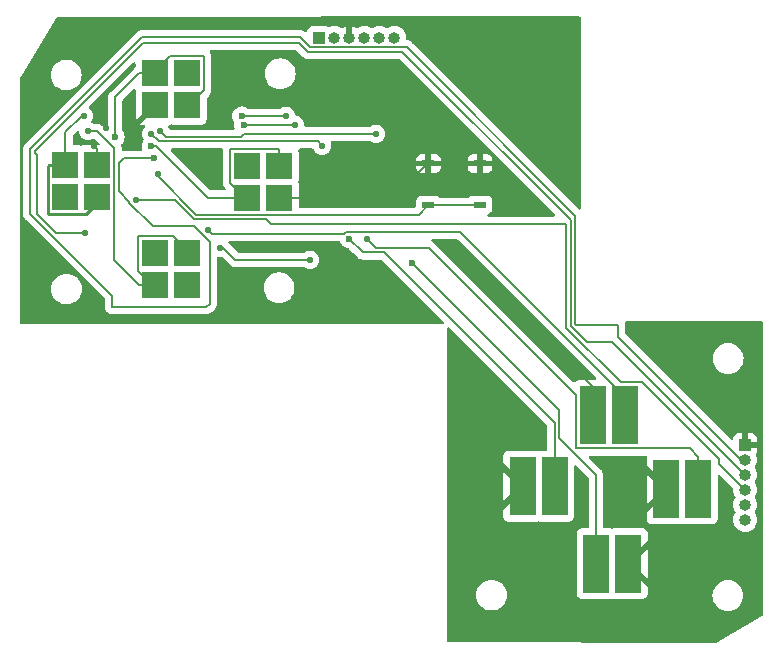
<source format=gbr>
%TF.GenerationSoftware,KiCad,Pcbnew,7.0.10*%
%TF.CreationDate,2024-02-20T20:24:08-05:00*%
%TF.ProjectId,GBoyGcPlus,47426f79-4763-4506-9c75-732e6b696361,rev?*%
%TF.SameCoordinates,Original*%
%TF.FileFunction,Copper,L2,Bot*%
%TF.FilePolarity,Positive*%
%FSLAX46Y46*%
G04 Gerber Fmt 4.6, Leading zero omitted, Abs format (unit mm)*
G04 Created by KiCad (PCBNEW 7.0.10) date 2024-02-20 20:24:08*
%MOMM*%
%LPD*%
G01*
G04 APERTURE LIST*
%TA.AperFunction,ComponentPad*%
%ADD10R,1.000000X1.000000*%
%TD*%
%TA.AperFunction,ComponentPad*%
%ADD11O,1.000000X1.000000*%
%TD*%
%TA.AperFunction,SMDPad,CuDef*%
%ADD12R,2.300000X2.300000*%
%TD*%
%TA.AperFunction,SMDPad,CuDef*%
%ADD13R,2.300000X5.000000*%
%TD*%
%TA.AperFunction,SMDPad,CuDef*%
%ADD14R,1.092200X0.558800*%
%TD*%
%TA.AperFunction,ViaPad*%
%ADD15C,0.550000*%
%TD*%
%TA.AperFunction,ViaPad*%
%ADD16C,0.600000*%
%TD*%
%TA.AperFunction,Conductor*%
%ADD17C,0.200000*%
%TD*%
%TA.AperFunction,Conductor*%
%ADD18C,0.250000*%
%TD*%
G04 APERTURE END LIST*
D10*
%TO.P,J1,1,Pin_1*%
%TO.N,/MCLR*%
X144526000Y-74168000D03*
D11*
%TO.P,J1,2,Pin_2*%
%TO.N,+3V3*%
X145796000Y-74168000D03*
%TO.P,J1,3,Pin_3*%
%TO.N,GND*%
X147066000Y-74168000D03*
%TO.P,J1,4,Pin_4*%
%TO.N,/PGD*%
X148336000Y-74168000D03*
%TO.P,J1,5,Pin_5*%
%TO.N,/PGC*%
X149606000Y-74168000D03*
%TO.P,J1,6,Pin_6*%
%TO.N,unconnected-(J1-Pin_6-Pad6)*%
X150876000Y-74168000D03*
%TD*%
D10*
%TO.P,J2,1,Pin_1*%
%TO.N,GND*%
X180590000Y-108640000D03*
D11*
%TO.P,J2,2,Pin_2*%
%TO.N,/Z*%
X180590000Y-109910000D03*
%TO.P,J2,3,Pin_3*%
%TO.N,/RT*%
X180590000Y-111180000D03*
%TO.P,J2,4,Pin_4*%
%TO.N,/R*%
X180590000Y-112450000D03*
%TO.P,J2,5,Pin_5*%
%TO.N,/LT*%
X180590000Y-113720000D03*
%TO.P,J2,6,Pin_6*%
%TO.N,/L*%
X180590000Y-114990000D03*
%TD*%
D12*
%TO.P,SW4,1,1*%
%TO.N,/Y*%
X141130000Y-85000000D03*
%TO.P,SW4,2,2*%
X138430000Y-87700000D03*
%TO.P,SW4,3,3*%
%TO.N,GND*%
X138430000Y-85000000D03*
%TO.P,SW4,4,4*%
X141130000Y-87700000D03*
%TD*%
D13*
%TO.P,SW8,1,1*%
%TO.N,/DU*%
X170434000Y-106142000D03*
%TO.P,SW8,3,3*%
%TO.N,GND*%
X167734000Y-106142000D03*
%TD*%
%TO.P,SW6,1,1*%
%TO.N,/DR*%
X176600000Y-112360000D03*
%TO.P,SW6,3,3*%
%TO.N,GND*%
X173900000Y-112360000D03*
%TD*%
D12*
%TO.P,SW2,1,1*%
%TO.N,/B*%
X133360000Y-92430000D03*
%TO.P,SW2,2,2*%
X130660000Y-95130000D03*
%TO.P,SW2,3,3*%
%TO.N,GND*%
X130660000Y-92430000D03*
%TO.P,SW2,4,4*%
X133360000Y-95130000D03*
%TD*%
D14*
%TO.P,SW9,1,1*%
%TO.N,/S*%
X153771600Y-88317000D03*
%TO.P,SW9,2,2*%
X158140400Y-88317000D03*
%TO.P,SW9,3,3*%
%TO.N,GND*%
X153771600Y-84811800D03*
%TO.P,SW9,4,4*%
X158140400Y-84811800D03*
%TD*%
D13*
%TO.P,SW5,1,1*%
%TO.N,/DL*%
X164450000Y-112140000D03*
%TO.P,SW5,3,3*%
%TO.N,GND*%
X161750000Y-112140000D03*
%TD*%
D12*
%TO.P,SW1,1,1*%
%TO.N,/A*%
X125740000Y-87630000D03*
%TO.P,SW1,2,2*%
X123040000Y-84930000D03*
%TO.P,SW1,3,3*%
%TO.N,GND*%
X125740000Y-84930000D03*
%TO.P,SW1,4,4*%
X123040000Y-87630000D03*
%TD*%
D13*
%TO.P,SW7,1,1*%
%TO.N,/DD*%
X167980000Y-118700000D03*
%TO.P,SW7,3,3*%
%TO.N,GND*%
X170680000Y-118700000D03*
%TD*%
D12*
%TO.P,SW3,1,1*%
%TO.N,/X*%
X130640000Y-77170000D03*
%TO.P,SW3,2,2*%
X133340000Y-79870000D03*
%TO.P,SW3,3,3*%
%TO.N,GND*%
X130640000Y-79870000D03*
%TO.P,SW3,4,4*%
X133340000Y-77170000D03*
%TD*%
D15*
%TO.N,GND*%
X134112000Y-94742000D03*
D16*
X146940000Y-76380000D03*
D15*
X126492000Y-81788000D03*
X133858000Y-83820000D03*
X125476000Y-83312000D03*
X166380000Y-102350000D03*
X131360000Y-91640000D03*
D16*
%TO.N,/DL*%
X147060000Y-91180000D03*
%TO.N,/DR*%
X138128820Y-81572079D03*
%TO.N,GND*%
X146800000Y-81030000D03*
%TO.N,/Z*%
X130556000Y-84328000D03*
D15*
%TO.N,/RT*%
X124714000Y-90678000D03*
%TO.N,/R*%
X129032000Y-87884000D03*
%TO.N,/SY*%
X144780000Y-83312000D03*
X130302000Y-82296000D03*
%TO.N,/SX*%
X149352000Y-82296000D03*
X131064000Y-82042000D03*
%TO.N,/DL*%
X141732000Y-80772000D03*
D16*
X137970000Y-80788000D03*
D15*
%TO.N,/A*%
X124590000Y-80770000D03*
%TO.N,/B*%
X124960000Y-82060000D03*
D16*
%TO.N,/X*%
X127254000Y-82550000D03*
%TO.N,/Y*%
X130302000Y-83312000D03*
D15*
%TO.N,/S*%
X130850000Y-85740000D03*
%TO.N,/DU*%
X135128000Y-90424000D03*
%TO.N,/DD*%
X136144000Y-91948000D03*
D16*
X152400000Y-93218000D03*
D15*
X143764000Y-92964000D03*
%TO.N,/DR*%
X142494000Y-81534000D03*
X148590000Y-91194000D03*
%TD*%
D17*
%TO.N,GND*%
X133748000Y-94742000D02*
X133360000Y-95130000D01*
X134112000Y-94742000D02*
X133748000Y-94742000D01*
%TO.N,/B*%
X129310000Y-95130000D02*
X130660000Y-95130000D01*
X127190000Y-83502000D02*
X127190000Y-93010000D01*
X125748000Y-82060000D02*
X127190000Y-83502000D01*
X124960000Y-82060000D02*
X125748000Y-82060000D01*
X127190000Y-93010000D02*
X129310000Y-95130000D01*
%TO.N,GND*%
X125740000Y-83576000D02*
X125476000Y-83312000D01*
X125740000Y-84930000D02*
X125740000Y-83576000D01*
%TO.N,/RT*%
X169340000Y-99930000D02*
X180590000Y-111180000D01*
X167192893Y-99930000D02*
X169340000Y-99930000D01*
X165820000Y-98557107D02*
X167192893Y-99930000D01*
X151568000Y-75368000D02*
X165820000Y-89620000D01*
X143608315Y-75368000D02*
X151568000Y-75368000D01*
X142810315Y-74570000D02*
X143608315Y-75368000D01*
X120440000Y-83892892D02*
X120440000Y-83770000D01*
X120440000Y-83770000D02*
X129640000Y-74570000D01*
X165820000Y-89620000D02*
X165820000Y-98557107D01*
X120600000Y-84052893D02*
X120440000Y-83892892D01*
X120600000Y-89054314D02*
X120600000Y-84052893D01*
X124714000Y-90678000D02*
X122223686Y-90678000D01*
X122223686Y-90678000D02*
X120600000Y-89054314D01*
X129640000Y-74570000D02*
X142810315Y-74570000D01*
%TO.N,/Z*%
X180260000Y-109910000D02*
X180590000Y-109910000D01*
X169850107Y-99500107D02*
X180260000Y-109910000D01*
X166278579Y-98450000D02*
X169850107Y-98450000D01*
X166220000Y-98391421D02*
X166278579Y-98450000D01*
X166220000Y-89258000D02*
X166220000Y-98391421D01*
X169850107Y-98450000D02*
X169850107Y-99500107D01*
X151930000Y-74968000D02*
X166220000Y-89258000D01*
X143774000Y-74968000D02*
X151930000Y-74968000D01*
X120040000Y-83603604D02*
X129543604Y-74100000D01*
X120040000Y-89060000D02*
X120040000Y-83603604D01*
X127000000Y-96020000D02*
X120040000Y-89060000D01*
X142906000Y-74100000D02*
X143774000Y-74968000D01*
X127000000Y-96980000D02*
X127000000Y-96020000D01*
X135280000Y-96675685D02*
X134975685Y-96980000D01*
X135280000Y-91450000D02*
X135280000Y-96675685D01*
X129543604Y-74100000D02*
X142906000Y-74100000D01*
X133950000Y-90120000D02*
X135280000Y-91450000D01*
X127590000Y-87166100D02*
X128457000Y-88033100D01*
X134975685Y-96980000D02*
X127000000Y-96980000D01*
X128457000Y-88122173D02*
X130454827Y-90120000D01*
X128022000Y-84328000D02*
X127590000Y-84760000D01*
X130454827Y-90120000D02*
X133950000Y-90120000D01*
X130556000Y-84328000D02*
X128022000Y-84328000D01*
X127590000Y-84760000D02*
X127590000Y-87166100D01*
X128457000Y-88033100D02*
X128457000Y-88122173D01*
%TO.N,GND*%
X166380000Y-102350000D02*
X166410000Y-102380000D01*
X167734000Y-103704000D02*
X166380000Y-102350000D01*
X167734000Y-106142000D02*
X167734000Y-103704000D01*
%TO.N,/DR*%
X176600000Y-109660000D02*
X176600000Y-112360000D01*
X175882000Y-108942000D02*
X176600000Y-109660000D01*
X153818000Y-91948000D02*
X166284000Y-104414000D01*
X149344000Y-91948000D02*
X153818000Y-91948000D01*
X166284000Y-104414000D02*
X166284000Y-108942000D01*
X148590000Y-91194000D02*
X149344000Y-91948000D01*
X166284000Y-108942000D02*
X175882000Y-108942000D01*
%TO.N,/DU*%
X135464000Y-90760000D02*
X135128000Y-90424000D01*
X146811471Y-90580000D02*
X146631471Y-90760000D01*
X146631471Y-90760000D02*
X135464000Y-90760000D01*
X156520000Y-90678000D02*
X156422000Y-90580000D01*
X156422000Y-90580000D02*
X146811471Y-90580000D01*
%TO.N,/R*%
X132279686Y-87884000D02*
X129032000Y-87884000D01*
X133945687Y-89550000D02*
X132279686Y-87884000D01*
X140054527Y-89550000D02*
X133945687Y-89550000D01*
X165420000Y-89916000D02*
X140420527Y-89916000D01*
X165420000Y-98722792D02*
X165420000Y-89916000D01*
X170039208Y-103342000D02*
X165420000Y-98722792D01*
X171884000Y-103342000D02*
X170039208Y-103342000D01*
X140420527Y-89916000D02*
X140054527Y-89550000D01*
X178404314Y-109862314D02*
X171884000Y-103342000D01*
X178404314Y-110264314D02*
X178404314Y-109862314D01*
X180590000Y-112450000D02*
X178404314Y-110264314D01*
%TO.N,/DR*%
X138166899Y-81534000D02*
X142494000Y-81534000D01*
X138128820Y-81572079D02*
X138166899Y-81534000D01*
X138128820Y-81572079D02*
X138083028Y-81572079D01*
%TO.N,/DL*%
X137970000Y-80780000D02*
X137978000Y-80772000D01*
X137978000Y-80780000D02*
X141732000Y-80780000D01*
%TO.N,/B*%
X132110000Y-90980000D02*
X133360000Y-92230000D01*
X133360000Y-92230000D02*
X133360000Y-92430000D01*
X129210000Y-90980000D02*
X132110000Y-90980000D01*
X129210000Y-93880000D02*
X129210000Y-90980000D01*
X130460000Y-95130000D02*
X129210000Y-93880000D01*
X130660000Y-95130000D02*
X130460000Y-95130000D01*
%TO.N,GND*%
X150883400Y-87700000D02*
X141130000Y-87700000D01*
X153771600Y-84811800D02*
X150883400Y-87700000D01*
%TO.N,/Y*%
X130692000Y-83312000D02*
X130302000Y-83312000D01*
X138430000Y-87700000D02*
X135080000Y-87700000D01*
X135080000Y-87700000D02*
X130692000Y-83312000D01*
%TO.N,/S*%
X134111372Y-89150000D02*
X152938600Y-89150000D01*
X130850000Y-85888628D02*
X134111372Y-89150000D01*
X130850000Y-85740000D02*
X130850000Y-85888628D01*
X152938600Y-89150000D02*
X153771600Y-88317000D01*
%TO.N,/A*%
X123040000Y-82178579D02*
X124448579Y-80770000D01*
X124448579Y-80770000D02*
X124590000Y-80770000D01*
X123040000Y-84930000D02*
X123040000Y-82178579D01*
%TO.N,/DL*%
X147060000Y-91170000D02*
X147076000Y-91186000D01*
X147060000Y-91180000D02*
X147060000Y-91170000D01*
X147070000Y-91180000D02*
X147060000Y-91180000D01*
X164450000Y-106748579D02*
X150049421Y-92348000D01*
X148238000Y-92348000D02*
X147070000Y-91180000D01*
X164450000Y-112140000D02*
X164450000Y-106748579D01*
X150049421Y-92348000D02*
X148238000Y-92348000D01*
D18*
%TO.N,GND*%
X146970000Y-76380000D02*
X146970000Y-76380000D01*
X146940000Y-76380000D02*
X146970000Y-76380000D01*
X146940000Y-76410000D02*
X146940000Y-76380000D01*
X146800000Y-76550000D02*
X146940000Y-76410000D01*
X146800000Y-81030000D02*
X146800000Y-76550000D01*
%TO.N,/A*%
X124765000Y-89105000D02*
X125740000Y-88130000D01*
X121565000Y-85005000D02*
X121565000Y-89105000D01*
X125740000Y-88130000D02*
X125740000Y-87630000D01*
X121640000Y-84930000D02*
X121565000Y-85005000D01*
X121565000Y-89105000D02*
X124765000Y-89105000D01*
X123040000Y-84930000D02*
X121640000Y-84930000D01*
D17*
%TO.N,/SY*%
X144410000Y-82942000D02*
X130948000Y-82942000D01*
X130948000Y-82942000D02*
X130302000Y-82296000D01*
X144780000Y-83312000D02*
X144410000Y-82942000D01*
%TO.N,/SX*%
X138121107Y-82296000D02*
X137875107Y-82542000D01*
X137875107Y-82542000D02*
X131564000Y-82542000D01*
X149352000Y-82296000D02*
X138121107Y-82296000D01*
X131564000Y-82542000D02*
X131064000Y-82042000D01*
%TO.N,/X*%
X129290000Y-77170000D02*
X127254000Y-79206000D01*
X134790000Y-75720000D02*
X134790000Y-78620000D01*
X130640000Y-77170000D02*
X129290000Y-77170000D01*
X130640000Y-77170000D02*
X130640000Y-76970000D01*
X130640000Y-76970000D02*
X131890000Y-75720000D01*
X127254000Y-79206000D02*
X127254000Y-82550000D01*
X131890000Y-75720000D02*
X134790000Y-75720000D01*
X133540000Y-79870000D02*
X133340000Y-79870000D01*
X134790000Y-78620000D02*
X133540000Y-79870000D01*
%TO.N,/Y*%
X141030000Y-83550000D02*
X136980000Y-83550000D01*
X141130000Y-83650000D02*
X141030000Y-83550000D01*
X136980000Y-86450000D02*
X138230000Y-87700000D01*
X138230000Y-87700000D02*
X138430000Y-87700000D01*
X141130000Y-85000000D02*
X141130000Y-83650000D01*
X136980000Y-83550000D02*
X136980000Y-86450000D01*
%TO.N,/S*%
X158140400Y-88317000D02*
X153771600Y-88317000D01*
%TO.N,/DU*%
X170434000Y-104592000D02*
X156520000Y-90678000D01*
X170434000Y-106142000D02*
X170434000Y-104592000D01*
%TO.N,/DD*%
X167980000Y-111203685D02*
X164850000Y-108073685D01*
X164850000Y-105668000D02*
X152400000Y-93218000D01*
X164850000Y-108073685D02*
X164850000Y-105668000D01*
X167980000Y-118700000D02*
X167980000Y-111203685D01*
X143764000Y-92964000D02*
X137414000Y-92964000D01*
X136398000Y-91948000D02*
X136144000Y-91948000D01*
X137414000Y-92964000D02*
X136398000Y-91948000D01*
%TD*%
%TA.AperFunction,Conductor*%
%TO.N,GND*%
G36*
X182052589Y-98150185D02*
G01*
X182098344Y-98202989D01*
X182109549Y-98254448D01*
X182113847Y-108989842D01*
X182119470Y-123038186D01*
X182099812Y-123105234D01*
X182057598Y-123145549D01*
X178158842Y-125402723D01*
X178096388Y-125419410D01*
X155444265Y-125359826D01*
X155377277Y-125339965D01*
X155331662Y-125287041D01*
X155320591Y-125235737D01*
X155323474Y-121350001D01*
X157824532Y-121350001D01*
X157844364Y-121576686D01*
X157844366Y-121576697D01*
X157903258Y-121796488D01*
X157903261Y-121796497D01*
X157999431Y-122002732D01*
X157999432Y-122002734D01*
X158129954Y-122189141D01*
X158290858Y-122350045D01*
X158290861Y-122350047D01*
X158477266Y-122480568D01*
X158683504Y-122576739D01*
X158903308Y-122635635D01*
X159073214Y-122650499D01*
X159073215Y-122650500D01*
X159073216Y-122650500D01*
X159186785Y-122650500D01*
X159186785Y-122650499D01*
X159356692Y-122635635D01*
X159576496Y-122576739D01*
X159782734Y-122480568D01*
X159969139Y-122350047D01*
X160130047Y-122189139D01*
X160260568Y-122002734D01*
X160356739Y-121796496D01*
X160415635Y-121576692D01*
X160435468Y-121350000D01*
X160415635Y-121123308D01*
X160356739Y-120903504D01*
X160260568Y-120697266D01*
X160130047Y-120510861D01*
X160130045Y-120510858D01*
X159969141Y-120349954D01*
X159782734Y-120219432D01*
X159782732Y-120219431D01*
X159576497Y-120123261D01*
X159576488Y-120123258D01*
X159356697Y-120064366D01*
X159356687Y-120064364D01*
X159186785Y-120049500D01*
X159186784Y-120049500D01*
X159073216Y-120049500D01*
X159073215Y-120049500D01*
X158903312Y-120064364D01*
X158903302Y-120064366D01*
X158683511Y-120123258D01*
X158683502Y-120123261D01*
X158477267Y-120219431D01*
X158477265Y-120219432D01*
X158290858Y-120349954D01*
X158129954Y-120510858D01*
X157999432Y-120697265D01*
X157999431Y-120697267D01*
X157903261Y-120903502D01*
X157903258Y-120903511D01*
X157844366Y-121123302D01*
X157844364Y-121123313D01*
X157824532Y-121349998D01*
X157824532Y-121350001D01*
X155323474Y-121350001D01*
X155331268Y-110843552D01*
X160100000Y-110843552D01*
X160100000Y-113436447D01*
X161396447Y-112140000D01*
X161396447Y-112139999D01*
X160100000Y-110843552D01*
X155331268Y-110843552D01*
X155340212Y-98787295D01*
X155359946Y-98720271D01*
X155412784Y-98674555D01*
X155481950Y-98664663D01*
X155545484Y-98693735D01*
X155551893Y-98699707D01*
X163813181Y-106960995D01*
X163846666Y-107022318D01*
X163849500Y-107048676D01*
X163849500Y-109015500D01*
X163829815Y-109082539D01*
X163777011Y-109128294D01*
X163725500Y-109139500D01*
X163252129Y-109139500D01*
X163252123Y-109139501D01*
X163192517Y-109145908D01*
X163142616Y-109164520D01*
X163072925Y-109169503D01*
X163055953Y-109164519D01*
X163007383Y-109146403D01*
X163007372Y-109146401D01*
X162947844Y-109140000D01*
X160552155Y-109140000D01*
X160492627Y-109146401D01*
X160492620Y-109146403D01*
X160357913Y-109196645D01*
X160357906Y-109196649D01*
X160242812Y-109282809D01*
X160242809Y-109282812D01*
X160156649Y-109397906D01*
X160156645Y-109397913D01*
X160106403Y-109532620D01*
X160106401Y-109532627D01*
X160100000Y-109592155D01*
X160100000Y-110136447D01*
X162015872Y-112052319D01*
X162049357Y-112113642D01*
X162044373Y-112183334D01*
X162015872Y-112227681D01*
X160100000Y-114143552D01*
X160100000Y-114687844D01*
X160106401Y-114747372D01*
X160106403Y-114747379D01*
X160156645Y-114882086D01*
X160156649Y-114882093D01*
X160242809Y-114997187D01*
X160242812Y-114997190D01*
X160357906Y-115083350D01*
X160357913Y-115083354D01*
X160492620Y-115133596D01*
X160492627Y-115133598D01*
X160552155Y-115139999D01*
X160552172Y-115140000D01*
X162947828Y-115140000D01*
X162947844Y-115139999D01*
X163007372Y-115133598D01*
X163007375Y-115133597D01*
X163055949Y-115115480D01*
X163125640Y-115110494D01*
X163142610Y-115115477D01*
X163192517Y-115134091D01*
X163252127Y-115140500D01*
X165647872Y-115140499D01*
X165707483Y-115134091D01*
X165842331Y-115083796D01*
X165957546Y-114997546D01*
X166043796Y-114882331D01*
X166094091Y-114747483D01*
X166100500Y-114687873D01*
X166100499Y-110472780D01*
X166120184Y-110405742D01*
X166172988Y-110359987D01*
X166242146Y-110350043D01*
X166305702Y-110379068D01*
X166312180Y-110385100D01*
X167343181Y-111416101D01*
X167376666Y-111477424D01*
X167379500Y-111503782D01*
X167379500Y-115575500D01*
X167359815Y-115642539D01*
X167307011Y-115688294D01*
X167255500Y-115699500D01*
X166782129Y-115699500D01*
X166782123Y-115699501D01*
X166722516Y-115705908D01*
X166587671Y-115756202D01*
X166587664Y-115756206D01*
X166472455Y-115842452D01*
X166472452Y-115842455D01*
X166386206Y-115957664D01*
X166386202Y-115957671D01*
X166335908Y-116092517D01*
X166329501Y-116152116D01*
X166329500Y-116152135D01*
X166329500Y-121247870D01*
X166329501Y-121247876D01*
X166335908Y-121307483D01*
X166386202Y-121442328D01*
X166386206Y-121442335D01*
X166472452Y-121557544D01*
X166472455Y-121557547D01*
X166587664Y-121643793D01*
X166587671Y-121643797D01*
X166722517Y-121694091D01*
X166722516Y-121694091D01*
X166729444Y-121694835D01*
X166782127Y-121700500D01*
X169177872Y-121700499D01*
X169237483Y-121694091D01*
X169287382Y-121675479D01*
X169357069Y-121670494D01*
X169374048Y-121675479D01*
X169422628Y-121693598D01*
X169422627Y-121693598D01*
X169482155Y-121699999D01*
X169482172Y-121700000D01*
X171877828Y-121700000D01*
X171877844Y-121699999D01*
X171937372Y-121693598D01*
X171937379Y-121693596D01*
X172072086Y-121643354D01*
X172072093Y-121643350D01*
X172187187Y-121557190D01*
X172187190Y-121557187D01*
X172273350Y-121442093D01*
X172273354Y-121442086D01*
X172292780Y-121390001D01*
X177824532Y-121390001D01*
X177844364Y-121616686D01*
X177844366Y-121616697D01*
X177903258Y-121836488D01*
X177903261Y-121836497D01*
X177999431Y-122042732D01*
X177999432Y-122042734D01*
X178129954Y-122229141D01*
X178290858Y-122390045D01*
X178290861Y-122390047D01*
X178477266Y-122520568D01*
X178683504Y-122616739D01*
X178903308Y-122675635D01*
X179073214Y-122690499D01*
X179073215Y-122690500D01*
X179073216Y-122690500D01*
X179186785Y-122690500D01*
X179186785Y-122690499D01*
X179356692Y-122675635D01*
X179576496Y-122616739D01*
X179782734Y-122520568D01*
X179969139Y-122390047D01*
X180130047Y-122229139D01*
X180260568Y-122042734D01*
X180356739Y-121836496D01*
X180415635Y-121616692D01*
X180435468Y-121390000D01*
X180431968Y-121350000D01*
X180415635Y-121163313D01*
X180415635Y-121163308D01*
X180356739Y-120943504D01*
X180260568Y-120737266D01*
X180130047Y-120550861D01*
X180130045Y-120550858D01*
X179969141Y-120389954D01*
X179782734Y-120259432D01*
X179782732Y-120259431D01*
X179576497Y-120163261D01*
X179576488Y-120163258D01*
X179356697Y-120104366D01*
X179356687Y-120104364D01*
X179186785Y-120089500D01*
X179186784Y-120089500D01*
X179073216Y-120089500D01*
X179073215Y-120089500D01*
X178903312Y-120104364D01*
X178903302Y-120104366D01*
X178683511Y-120163258D01*
X178683502Y-120163261D01*
X178477267Y-120259431D01*
X178477265Y-120259432D01*
X178290858Y-120389954D01*
X178129954Y-120550858D01*
X177999432Y-120737265D01*
X177999431Y-120737267D01*
X177903261Y-120943502D01*
X177903258Y-120943511D01*
X177844366Y-121163302D01*
X177844364Y-121163313D01*
X177824532Y-121389998D01*
X177824532Y-121390001D01*
X172292780Y-121390001D01*
X172323596Y-121307379D01*
X172323598Y-121307372D01*
X172329999Y-121247844D01*
X172330000Y-121247827D01*
X172330000Y-120703553D01*
X170414128Y-118787681D01*
X170380643Y-118726358D01*
X170382528Y-118700000D01*
X171033553Y-118700000D01*
X172329999Y-119996447D01*
X172330000Y-119996446D01*
X172330000Y-117403553D01*
X172329999Y-117403552D01*
X171033553Y-118699999D01*
X171033553Y-118700000D01*
X170382528Y-118700000D01*
X170385627Y-118656666D01*
X170414128Y-118612319D01*
X172329999Y-116696447D01*
X172330000Y-116696446D01*
X172330000Y-116152172D01*
X172329999Y-116152155D01*
X172323598Y-116092627D01*
X172323596Y-116092620D01*
X172273354Y-115957913D01*
X172273350Y-115957906D01*
X172187190Y-115842812D01*
X172187187Y-115842809D01*
X172072093Y-115756649D01*
X172072086Y-115756645D01*
X171937379Y-115706403D01*
X171937372Y-115706401D01*
X171877844Y-115700000D01*
X169482155Y-115700000D01*
X169422627Y-115706401D01*
X169422623Y-115706402D01*
X169374046Y-115724520D01*
X169304354Y-115729503D01*
X169287382Y-115724519D01*
X169237485Y-115705909D01*
X169237483Y-115705908D01*
X169177883Y-115699501D01*
X169177881Y-115699500D01*
X169177873Y-115699500D01*
X169177865Y-115699500D01*
X168704500Y-115699500D01*
X168637461Y-115679815D01*
X168591706Y-115627011D01*
X168580500Y-115575500D01*
X168580500Y-111251172D01*
X168581561Y-111234986D01*
X168585682Y-111203684D01*
X168585682Y-111203683D01*
X168567233Y-111063552D01*
X172250000Y-111063552D01*
X172250000Y-113656447D01*
X173546447Y-112360000D01*
X173546447Y-112359999D01*
X172250000Y-111063552D01*
X168567233Y-111063552D01*
X168565044Y-111046924D01*
X168565044Y-111046923D01*
X168504536Y-110900844D01*
X168504535Y-110900843D01*
X168504535Y-110900842D01*
X168429987Y-110803688D01*
X168429970Y-110803668D01*
X168423528Y-110795273D01*
X168408282Y-110775403D01*
X168383233Y-110756182D01*
X168371039Y-110745488D01*
X167379732Y-109754181D01*
X167346247Y-109692858D01*
X167351231Y-109623166D01*
X167393103Y-109567233D01*
X167458567Y-109542816D01*
X167467413Y-109542500D01*
X172156180Y-109542500D01*
X172223219Y-109562185D01*
X172268974Y-109614989D01*
X172278918Y-109684147D01*
X172272362Y-109709833D01*
X172256403Y-109752620D01*
X172256401Y-109752627D01*
X172250000Y-109812155D01*
X172250000Y-110356447D01*
X174165872Y-112272319D01*
X174199357Y-112333642D01*
X174194373Y-112403334D01*
X174165872Y-112447681D01*
X172250000Y-114363552D01*
X172250000Y-114907844D01*
X172256401Y-114967372D01*
X172256403Y-114967379D01*
X172306645Y-115102086D01*
X172306649Y-115102093D01*
X172392809Y-115217187D01*
X172392812Y-115217190D01*
X172507906Y-115303350D01*
X172507913Y-115303354D01*
X172642620Y-115353596D01*
X172642627Y-115353598D01*
X172702155Y-115359999D01*
X172702172Y-115360000D01*
X175097828Y-115360000D01*
X175097844Y-115359999D01*
X175157372Y-115353598D01*
X175157375Y-115353597D01*
X175205949Y-115335480D01*
X175275640Y-115330494D01*
X175292610Y-115335477D01*
X175342517Y-115354091D01*
X175402127Y-115360500D01*
X177797872Y-115360499D01*
X177857483Y-115354091D01*
X177992331Y-115303796D01*
X178107546Y-115217546D01*
X178193796Y-115102331D01*
X178244091Y-114967483D01*
X178250500Y-114907873D01*
X178250499Y-111259095D01*
X178270184Y-111192057D01*
X178322988Y-111146302D01*
X178392146Y-111136358D01*
X178455702Y-111165383D01*
X178462180Y-111171415D01*
X179557184Y-112266419D01*
X179590669Y-112327742D01*
X179592906Y-112366252D01*
X179584659Y-112449998D01*
X179584659Y-112449999D01*
X179603975Y-112646129D01*
X179661188Y-112834733D01*
X179754086Y-113008532D01*
X179757473Y-113013601D01*
X179755836Y-113014694D01*
X179779596Y-113070663D01*
X179767795Y-113139529D01*
X179757109Y-113156156D01*
X179757473Y-113156399D01*
X179754086Y-113161467D01*
X179661188Y-113335266D01*
X179603975Y-113523870D01*
X179584659Y-113720000D01*
X179603975Y-113916129D01*
X179661188Y-114104733D01*
X179754086Y-114278532D01*
X179757473Y-114283601D01*
X179755836Y-114284694D01*
X179779596Y-114340663D01*
X179767795Y-114409529D01*
X179757109Y-114426156D01*
X179757473Y-114426399D01*
X179754086Y-114431467D01*
X179661188Y-114605266D01*
X179603975Y-114793870D01*
X179584659Y-114990000D01*
X179603975Y-115186129D01*
X179603976Y-115186132D01*
X179649280Y-115335480D01*
X179661188Y-115374733D01*
X179754086Y-115548532D01*
X179754090Y-115548539D01*
X179879116Y-115700883D01*
X180031460Y-115825909D01*
X180031467Y-115825913D01*
X180205266Y-115918811D01*
X180205269Y-115918811D01*
X180205273Y-115918814D01*
X180393868Y-115976024D01*
X180590000Y-115995341D01*
X180786132Y-115976024D01*
X180974727Y-115918814D01*
X181148538Y-115825910D01*
X181300883Y-115700883D01*
X181425910Y-115548538D01*
X181518814Y-115374727D01*
X181576024Y-115186132D01*
X181595341Y-114990000D01*
X181576024Y-114793868D01*
X181518814Y-114605273D01*
X181425910Y-114431462D01*
X181425907Y-114431458D01*
X181422523Y-114426393D01*
X181424164Y-114425296D01*
X181400405Y-114369361D01*
X181412194Y-114300493D01*
X181422888Y-114283851D01*
X181422523Y-114283607D01*
X181425904Y-114278544D01*
X181425910Y-114278538D01*
X181518814Y-114104727D01*
X181576024Y-113916132D01*
X181595341Y-113720000D01*
X181576024Y-113523868D01*
X181518814Y-113335273D01*
X181425910Y-113161462D01*
X181425907Y-113161458D01*
X181422523Y-113156393D01*
X181424164Y-113155296D01*
X181400405Y-113099361D01*
X181412194Y-113030493D01*
X181422888Y-113013851D01*
X181422523Y-113013607D01*
X181425904Y-113008544D01*
X181425910Y-113008538D01*
X181518814Y-112834727D01*
X181576024Y-112646132D01*
X181595341Y-112450000D01*
X181576024Y-112253868D01*
X181518814Y-112065273D01*
X181425910Y-111891462D01*
X181425907Y-111891458D01*
X181422523Y-111886393D01*
X181424164Y-111885296D01*
X181400405Y-111829361D01*
X181412194Y-111760493D01*
X181422888Y-111743851D01*
X181422523Y-111743607D01*
X181425904Y-111738544D01*
X181425910Y-111738538D01*
X181518814Y-111564727D01*
X181576024Y-111376132D01*
X181595341Y-111180000D01*
X181576024Y-110983868D01*
X181518814Y-110795273D01*
X181425910Y-110621462D01*
X181425907Y-110621458D01*
X181422523Y-110616393D01*
X181424164Y-110615296D01*
X181400405Y-110559361D01*
X181412194Y-110490493D01*
X181422888Y-110473851D01*
X181422523Y-110473607D01*
X181425904Y-110468544D01*
X181425910Y-110468538D01*
X181518814Y-110294727D01*
X181576024Y-110106132D01*
X181595341Y-109910000D01*
X181576024Y-109713868D01*
X181518814Y-109525273D01*
X181517419Y-109522663D01*
X181517100Y-109521135D01*
X181516482Y-109519641D01*
X181516765Y-109519523D01*
X181503174Y-109454261D01*
X181527512Y-109389890D01*
X181533351Y-109382089D01*
X181583597Y-109247376D01*
X181583598Y-109247372D01*
X181589999Y-109187844D01*
X181590000Y-109187827D01*
X181590000Y-108890000D01*
X180835581Y-108890000D01*
X180887060Y-108834079D01*
X180933982Y-108727108D01*
X180943628Y-108610698D01*
X180914953Y-108497462D01*
X180851064Y-108399673D01*
X180758885Y-108327928D01*
X180648405Y-108290000D01*
X180560995Y-108290000D01*
X180474784Y-108304386D01*
X180372053Y-108359981D01*
X180340000Y-108394799D01*
X180340000Y-107640000D01*
X180840000Y-107640000D01*
X180840000Y-108390000D01*
X181590000Y-108390000D01*
X181590000Y-108092172D01*
X181589999Y-108092155D01*
X181583598Y-108032627D01*
X181583596Y-108032620D01*
X181533354Y-107897913D01*
X181533350Y-107897906D01*
X181447190Y-107782812D01*
X181447187Y-107782809D01*
X181332093Y-107696649D01*
X181332086Y-107696645D01*
X181197379Y-107646403D01*
X181197372Y-107646401D01*
X181137844Y-107640000D01*
X180840000Y-107640000D01*
X180340000Y-107640000D01*
X180042155Y-107640000D01*
X179982627Y-107646401D01*
X179982620Y-107646403D01*
X179847913Y-107696645D01*
X179847906Y-107696649D01*
X179732812Y-107782809D01*
X179732809Y-107782812D01*
X179646649Y-107897906D01*
X179646645Y-107897913D01*
X179596403Y-108032620D01*
X179596401Y-108032627D01*
X179590000Y-108092155D01*
X179589823Y-108095479D01*
X179589644Y-108095469D01*
X179589644Y-108095475D01*
X179589540Y-108095463D01*
X179588818Y-108095425D01*
X179570315Y-108158442D01*
X179517511Y-108204197D01*
X179448353Y-108214141D01*
X179384797Y-108185116D01*
X179378319Y-108179084D01*
X172519236Y-101320001D01*
X177844532Y-101320001D01*
X177864364Y-101546686D01*
X177864366Y-101546697D01*
X177923258Y-101766488D01*
X177923261Y-101766497D01*
X178019431Y-101972732D01*
X178019432Y-101972734D01*
X178149954Y-102159141D01*
X178310858Y-102320045D01*
X178310861Y-102320047D01*
X178497266Y-102450568D01*
X178703504Y-102546739D01*
X178923308Y-102605635D01*
X179093214Y-102620499D01*
X179093215Y-102620500D01*
X179093216Y-102620500D01*
X179206785Y-102620500D01*
X179206785Y-102620499D01*
X179376692Y-102605635D01*
X179596496Y-102546739D01*
X179802734Y-102450568D01*
X179989139Y-102320047D01*
X180150047Y-102159139D01*
X180280568Y-101972734D01*
X180376739Y-101766496D01*
X180435635Y-101546692D01*
X180455468Y-101320000D01*
X180435635Y-101093308D01*
X180376739Y-100873504D01*
X180280568Y-100667266D01*
X180150047Y-100480861D01*
X180150045Y-100480858D01*
X179989141Y-100319954D01*
X179802734Y-100189432D01*
X179802732Y-100189431D01*
X179596497Y-100093261D01*
X179596488Y-100093258D01*
X179376697Y-100034366D01*
X179376687Y-100034364D01*
X179206785Y-100019500D01*
X179206784Y-100019500D01*
X179093216Y-100019500D01*
X179093215Y-100019500D01*
X178923312Y-100034364D01*
X178923302Y-100034366D01*
X178703511Y-100093258D01*
X178703502Y-100093261D01*
X178497267Y-100189431D01*
X178497265Y-100189432D01*
X178310858Y-100319954D01*
X178149954Y-100480858D01*
X178019432Y-100667265D01*
X178019431Y-100667267D01*
X177923261Y-100873502D01*
X177923258Y-100873511D01*
X177864366Y-101093302D01*
X177864364Y-101093313D01*
X177844532Y-101319998D01*
X177844532Y-101320001D01*
X172519236Y-101320001D01*
X170486926Y-99287691D01*
X170453441Y-99226368D01*
X170450607Y-99200010D01*
X170450607Y-98497487D01*
X170451668Y-98481301D01*
X170455789Y-98450000D01*
X170455789Y-98449998D01*
X170439597Y-98327011D01*
X170435151Y-98293238D01*
X170435147Y-98293230D01*
X170433370Y-98286594D01*
X170435033Y-98216744D01*
X170474195Y-98158882D01*
X170538423Y-98131377D01*
X170553145Y-98130500D01*
X181985550Y-98130500D01*
X182052589Y-98150185D01*
G37*
%TD.AperFunction*%
%TA.AperFunction,Conductor*%
G36*
X156188942Y-91200185D02*
G01*
X156209584Y-91216819D01*
X167923084Y-102930319D01*
X167956569Y-102991642D01*
X167951585Y-103061334D01*
X167909713Y-103117267D01*
X167844249Y-103141684D01*
X167835403Y-103142000D01*
X166536155Y-103142000D01*
X166476627Y-103148401D01*
X166476620Y-103148403D01*
X166341913Y-103198645D01*
X166341906Y-103198649D01*
X166226812Y-103284809D01*
X166226809Y-103284812D01*
X166217198Y-103297651D01*
X166161263Y-103339520D01*
X166091572Y-103344502D01*
X166030253Y-103311018D01*
X154276199Y-91556964D01*
X154265503Y-91544767D01*
X154246286Y-91519722D01*
X154246283Y-91519720D01*
X154246282Y-91519718D01*
X154120841Y-91423464D01*
X154110210Y-91419060D01*
X154055808Y-91375220D01*
X154033743Y-91308926D01*
X154051022Y-91241227D01*
X154102159Y-91193616D01*
X154157664Y-91180500D01*
X156121903Y-91180500D01*
X156188942Y-91200185D01*
G37*
%TD.AperFunction*%
%TA.AperFunction,Conductor*%
G36*
X166622613Y-72380222D02*
G01*
X166668403Y-72432995D01*
X166679644Y-72484439D01*
X166698390Y-88587649D01*
X166678783Y-88654711D01*
X166626033Y-88700527D01*
X166556886Y-88710551D01*
X166493296Y-88681600D01*
X166486709Y-88675474D01*
X152388199Y-74576964D01*
X152377503Y-74564767D01*
X152358286Y-74539722D01*
X152358283Y-74539720D01*
X152358282Y-74539718D01*
X152232841Y-74443464D01*
X152086762Y-74382956D01*
X152065734Y-74380187D01*
X151982050Y-74369170D01*
X151918154Y-74340903D01*
X151879683Y-74282578D01*
X151874833Y-74234077D01*
X151881341Y-74168000D01*
X151862024Y-73971868D01*
X151804814Y-73783273D01*
X151804811Y-73783269D01*
X151804811Y-73783266D01*
X151711913Y-73609467D01*
X151711909Y-73609460D01*
X151586883Y-73457116D01*
X151434539Y-73332090D01*
X151434532Y-73332086D01*
X151260733Y-73239188D01*
X151260727Y-73239186D01*
X151072132Y-73181976D01*
X151072129Y-73181975D01*
X150876000Y-73162659D01*
X150679870Y-73181975D01*
X150491266Y-73239188D01*
X150317467Y-73332086D01*
X150312399Y-73335473D01*
X150311305Y-73333836D01*
X150255337Y-73357596D01*
X150186471Y-73345795D01*
X150169843Y-73335109D01*
X150169601Y-73335473D01*
X150164532Y-73332086D01*
X149990733Y-73239188D01*
X149990727Y-73239186D01*
X149802132Y-73181976D01*
X149802129Y-73181975D01*
X149606000Y-73162659D01*
X149409870Y-73181975D01*
X149221266Y-73239188D01*
X149047467Y-73332086D01*
X149042399Y-73335473D01*
X149041305Y-73333836D01*
X148985337Y-73357596D01*
X148916471Y-73345795D01*
X148899843Y-73335109D01*
X148899601Y-73335473D01*
X148894532Y-73332086D01*
X148720733Y-73239188D01*
X148720727Y-73239186D01*
X148532132Y-73181976D01*
X148532129Y-73181975D01*
X148336000Y-73162659D01*
X148139870Y-73181975D01*
X147951266Y-73239188D01*
X147777467Y-73332086D01*
X147772399Y-73335473D01*
X147771386Y-73333958D01*
X147714936Y-73357920D01*
X147646071Y-73346115D01*
X147629574Y-73335511D01*
X147629322Y-73335890D01*
X147624253Y-73332503D01*
X147450541Y-73239652D01*
X147316000Y-73198839D01*
X147316000Y-73919061D01*
X147234885Y-73855928D01*
X147124405Y-73818000D01*
X147036995Y-73818000D01*
X146950784Y-73832386D01*
X146848053Y-73887981D01*
X146816000Y-73922799D01*
X146816000Y-73198839D01*
X146815999Y-73198839D01*
X146681458Y-73239652D01*
X146507742Y-73332505D01*
X146502673Y-73335893D01*
X146501556Y-73334221D01*
X146445715Y-73357921D01*
X146376851Y-73346111D01*
X146359811Y-73335158D01*
X146359601Y-73335473D01*
X146354532Y-73332086D01*
X146180733Y-73239188D01*
X146180727Y-73239186D01*
X145992132Y-73181976D01*
X145992129Y-73181975D01*
X145796000Y-73162659D01*
X145599870Y-73181975D01*
X145544278Y-73198839D01*
X145411273Y-73239186D01*
X145411272Y-73239186D01*
X145411267Y-73239188D01*
X145409143Y-73240324D01*
X145407898Y-73240583D01*
X145405641Y-73241518D01*
X145405463Y-73241089D01*
X145340740Y-73254564D01*
X145276382Y-73230231D01*
X145268331Y-73224204D01*
X145268328Y-73224202D01*
X145133482Y-73173908D01*
X145133483Y-73173908D01*
X145073883Y-73167501D01*
X145073881Y-73167500D01*
X145073873Y-73167500D01*
X145073864Y-73167500D01*
X143978129Y-73167500D01*
X143978123Y-73167501D01*
X143918516Y-73173908D01*
X143783671Y-73224202D01*
X143783664Y-73224206D01*
X143668455Y-73310452D01*
X143668452Y-73310455D01*
X143582206Y-73425664D01*
X143582202Y-73425671D01*
X143531908Y-73560516D01*
X143529405Y-73583799D01*
X143502665Y-73648350D01*
X143445271Y-73688196D01*
X143375446Y-73690687D01*
X143330632Y-73668917D01*
X143208841Y-73575464D01*
X143172753Y-73560516D01*
X143062762Y-73514956D01*
X143062760Y-73514955D01*
X142945361Y-73499500D01*
X142906000Y-73494318D01*
X142874697Y-73498439D01*
X142858513Y-73499500D01*
X129591091Y-73499500D01*
X129574906Y-73498439D01*
X129543604Y-73494318D01*
X129504243Y-73499500D01*
X129386843Y-73514955D01*
X129386841Y-73514956D01*
X129240761Y-73575464D01*
X129115322Y-73671716D01*
X129096093Y-73696775D01*
X129085402Y-73708965D01*
X119648965Y-83145402D01*
X119636775Y-83156093D01*
X119611716Y-83175322D01*
X119556596Y-83247158D01*
X119515464Y-83300762D01*
X119515461Y-83300767D01*
X119454957Y-83446838D01*
X119454955Y-83446843D01*
X119439723Y-83562546D01*
X119434318Y-83603604D01*
X119437207Y-83625545D01*
X119438439Y-83634905D01*
X119439500Y-83651091D01*
X119439500Y-89012512D01*
X119438439Y-89028697D01*
X119434318Y-89059998D01*
X119434318Y-89060000D01*
X119439500Y-89099360D01*
X119439500Y-89099361D01*
X119454955Y-89216760D01*
X119454956Y-89216762D01*
X119489510Y-89300184D01*
X119515464Y-89362841D01*
X119607804Y-89483181D01*
X119611719Y-89488283D01*
X119636769Y-89507504D01*
X119648964Y-89518199D01*
X126363181Y-96232416D01*
X126396666Y-96293739D01*
X126399500Y-96320097D01*
X126399500Y-96932512D01*
X126398439Y-96948697D01*
X126394318Y-96979998D01*
X126394318Y-96980000D01*
X126399500Y-97019360D01*
X126399500Y-97019361D01*
X126414955Y-97136760D01*
X126414956Y-97136762D01*
X126475464Y-97282841D01*
X126571718Y-97408282D01*
X126697159Y-97504536D01*
X126843238Y-97565044D01*
X126921619Y-97575363D01*
X126999999Y-97585682D01*
X127000000Y-97585682D01*
X127031302Y-97581560D01*
X127047487Y-97580500D01*
X134928198Y-97580500D01*
X134944382Y-97581560D01*
X134975685Y-97585682D01*
X134975686Y-97585682D01*
X135027939Y-97578802D01*
X135132447Y-97565044D01*
X135278526Y-97504536D01*
X135403967Y-97408282D01*
X135423194Y-97383223D01*
X135433875Y-97371043D01*
X135671043Y-97133875D01*
X135683223Y-97123194D01*
X135708282Y-97103967D01*
X135804536Y-96978526D01*
X135865044Y-96832447D01*
X135880500Y-96715046D01*
X135885682Y-96675685D01*
X135881561Y-96644382D01*
X135880500Y-96628197D01*
X135880500Y-95330001D01*
X139824532Y-95330001D01*
X139844364Y-95556686D01*
X139844366Y-95556697D01*
X139903258Y-95776488D01*
X139903261Y-95776497D01*
X139999431Y-95982732D01*
X139999432Y-95982734D01*
X140129954Y-96169141D01*
X140290858Y-96330045D01*
X140290861Y-96330047D01*
X140477266Y-96460568D01*
X140683504Y-96556739D01*
X140903308Y-96615635D01*
X141073214Y-96630499D01*
X141073215Y-96630500D01*
X141073216Y-96630500D01*
X141186785Y-96630500D01*
X141186785Y-96630499D01*
X141356692Y-96615635D01*
X141576496Y-96556739D01*
X141782734Y-96460568D01*
X141969139Y-96330047D01*
X142130047Y-96169139D01*
X142260568Y-95982734D01*
X142356739Y-95776496D01*
X142415635Y-95556692D01*
X142435468Y-95330000D01*
X142415635Y-95103308D01*
X142356739Y-94883504D01*
X142260568Y-94677266D01*
X142130047Y-94490861D01*
X142130045Y-94490858D01*
X141969141Y-94329954D01*
X141782734Y-94199432D01*
X141782732Y-94199431D01*
X141576497Y-94103261D01*
X141576488Y-94103258D01*
X141356697Y-94044366D01*
X141356687Y-94044364D01*
X141186785Y-94029500D01*
X141186784Y-94029500D01*
X141073216Y-94029500D01*
X141073215Y-94029500D01*
X140903312Y-94044364D01*
X140903302Y-94044366D01*
X140683511Y-94103258D01*
X140683502Y-94103261D01*
X140477267Y-94199431D01*
X140477265Y-94199432D01*
X140290858Y-94329954D01*
X140129954Y-94490858D01*
X139999432Y-94677265D01*
X139999431Y-94677267D01*
X139903261Y-94883502D01*
X139903258Y-94883511D01*
X139844366Y-95103302D01*
X139844364Y-95103313D01*
X139824532Y-95329998D01*
X139824532Y-95330001D01*
X135880500Y-95330001D01*
X135880500Y-92837474D01*
X135900185Y-92770435D01*
X135952989Y-92724680D01*
X136018383Y-92714254D01*
X136143997Y-92728407D01*
X136144000Y-92728407D01*
X136144001Y-92728407D01*
X136153287Y-92727360D01*
X136251083Y-92716341D01*
X136319901Y-92728395D01*
X136352645Y-92751880D01*
X136955799Y-93355034D01*
X136966493Y-93367228D01*
X136985718Y-93392282D01*
X137052052Y-93443181D01*
X137063176Y-93451717D01*
X137063177Y-93451719D01*
X137077164Y-93462451D01*
X137111159Y-93488536D01*
X137111161Y-93488536D01*
X137111163Y-93488538D01*
X137184198Y-93518790D01*
X137257238Y-93549044D01*
X137335619Y-93559363D01*
X137413999Y-93569682D01*
X137414000Y-93569682D01*
X137445302Y-93565560D01*
X137461487Y-93564500D01*
X143226347Y-93564500D01*
X143292318Y-93583506D01*
X143371807Y-93633451D01*
X143425394Y-93667122D01*
X143590343Y-93724841D01*
X143590349Y-93724841D01*
X143590351Y-93724842D01*
X143763996Y-93744407D01*
X143764000Y-93744407D01*
X143764004Y-93744407D01*
X143937648Y-93724842D01*
X143937647Y-93724842D01*
X143937657Y-93724841D01*
X144102606Y-93667122D01*
X144250576Y-93574147D01*
X144374147Y-93450576D01*
X144467122Y-93302606D01*
X144524841Y-93137657D01*
X144526192Y-93125666D01*
X144544407Y-92964003D01*
X144544407Y-92963996D01*
X144524842Y-92790351D01*
X144524841Y-92790349D01*
X144524841Y-92790343D01*
X144467122Y-92625394D01*
X144374147Y-92477424D01*
X144250576Y-92353853D01*
X144102606Y-92260878D01*
X144102605Y-92260877D01*
X144102604Y-92260877D01*
X143937658Y-92203159D01*
X143937648Y-92203157D01*
X143764004Y-92183593D01*
X143763996Y-92183593D01*
X143590351Y-92203157D01*
X143590341Y-92203159D01*
X143425392Y-92260878D01*
X143292318Y-92344494D01*
X143226347Y-92363500D01*
X137714097Y-92363500D01*
X137647058Y-92343815D01*
X137626416Y-92327181D01*
X136871416Y-91572181D01*
X136837931Y-91510858D01*
X136842915Y-91441166D01*
X136884787Y-91385233D01*
X136950251Y-91360816D01*
X136959097Y-91360500D01*
X146187085Y-91360500D01*
X146254124Y-91380185D01*
X146299879Y-91432989D01*
X146304127Y-91443546D01*
X146334211Y-91529523D01*
X146430184Y-91682262D01*
X146557738Y-91809816D01*
X146710478Y-91905789D01*
X146880745Y-91965368D01*
X146880750Y-91965369D01*
X146978936Y-91976431D01*
X147043350Y-92003497D01*
X147052734Y-92011969D01*
X147427430Y-92386666D01*
X147779803Y-92739039D01*
X147790497Y-92751233D01*
X147790993Y-92751880D01*
X147809718Y-92776282D01*
X147828053Y-92790351D01*
X147837983Y-92797970D01*
X147838003Y-92797987D01*
X147935157Y-92872535D01*
X147935158Y-92872535D01*
X147935159Y-92872536D01*
X148081238Y-92933044D01*
X148135799Y-92940227D01*
X148237999Y-92953682D01*
X148238000Y-92953682D01*
X148269302Y-92949560D01*
X148285487Y-92948500D01*
X149749324Y-92948500D01*
X149816363Y-92968185D01*
X149837005Y-92984819D01*
X155040005Y-98187819D01*
X155073490Y-98249142D01*
X155068506Y-98318834D01*
X155026634Y-98374767D01*
X154961170Y-98399184D01*
X154952324Y-98399500D01*
X119304500Y-98399500D01*
X119237461Y-98379815D01*
X119191706Y-98327011D01*
X119180500Y-98275500D01*
X119180500Y-95440001D01*
X121834532Y-95440001D01*
X121854364Y-95666686D01*
X121854366Y-95666697D01*
X121913258Y-95886488D01*
X121913261Y-95886497D01*
X122009431Y-96092732D01*
X122009432Y-96092734D01*
X122139954Y-96279141D01*
X122300858Y-96440045D01*
X122300861Y-96440047D01*
X122487266Y-96570568D01*
X122693504Y-96666739D01*
X122693509Y-96666740D01*
X122693511Y-96666741D01*
X122726891Y-96675685D01*
X122913308Y-96725635D01*
X123083214Y-96740499D01*
X123083215Y-96740500D01*
X123083216Y-96740500D01*
X123196785Y-96740500D01*
X123196785Y-96740499D01*
X123366692Y-96725635D01*
X123586496Y-96666739D01*
X123792734Y-96570568D01*
X123979139Y-96440047D01*
X124140047Y-96279139D01*
X124270568Y-96092734D01*
X124366739Y-95886496D01*
X124425635Y-95666692D01*
X124445468Y-95440000D01*
X124425635Y-95213308D01*
X124366739Y-94993504D01*
X124270568Y-94787266D01*
X124140047Y-94600861D01*
X124140045Y-94600858D01*
X123979141Y-94439954D01*
X123792734Y-94309432D01*
X123792732Y-94309431D01*
X123586497Y-94213261D01*
X123586488Y-94213258D01*
X123366697Y-94154366D01*
X123366687Y-94154364D01*
X123196785Y-94139500D01*
X123196784Y-94139500D01*
X123083216Y-94139500D01*
X123083215Y-94139500D01*
X122913312Y-94154364D01*
X122913302Y-94154366D01*
X122693511Y-94213258D01*
X122693502Y-94213261D01*
X122487267Y-94309431D01*
X122487265Y-94309432D01*
X122300858Y-94439954D01*
X122139954Y-94600858D01*
X122009432Y-94787265D01*
X122009431Y-94787267D01*
X121913261Y-94993502D01*
X121913258Y-94993511D01*
X121854366Y-95213302D01*
X121854364Y-95213313D01*
X121834532Y-95439998D01*
X121834532Y-95440001D01*
X119180500Y-95440001D01*
X119180500Y-77634898D01*
X119198568Y-77570444D01*
X119357033Y-77310001D01*
X121804532Y-77310001D01*
X121824364Y-77536686D01*
X121824366Y-77536697D01*
X121883258Y-77756488D01*
X121883261Y-77756497D01*
X121979431Y-77962732D01*
X121979432Y-77962734D01*
X122109954Y-78149141D01*
X122270858Y-78310045D01*
X122317693Y-78342839D01*
X122457266Y-78440568D01*
X122663504Y-78536739D01*
X122663509Y-78536740D01*
X122663511Y-78536741D01*
X122716415Y-78550916D01*
X122883308Y-78595635D01*
X123053214Y-78610499D01*
X123053215Y-78610500D01*
X123053216Y-78610500D01*
X123166785Y-78610500D01*
X123166785Y-78610499D01*
X123336692Y-78595635D01*
X123556496Y-78536739D01*
X123762734Y-78440568D01*
X123949139Y-78310047D01*
X124110047Y-78149139D01*
X124240568Y-77962734D01*
X124336739Y-77756496D01*
X124395635Y-77536692D01*
X124415468Y-77310000D01*
X124395635Y-77083308D01*
X124336739Y-76863504D01*
X124240568Y-76657266D01*
X124110047Y-76470861D01*
X124110045Y-76470858D01*
X123949141Y-76309954D01*
X123762734Y-76179432D01*
X123762732Y-76179431D01*
X123556497Y-76083261D01*
X123556488Y-76083258D01*
X123336697Y-76024366D01*
X123336687Y-76024364D01*
X123166785Y-76009500D01*
X123166784Y-76009500D01*
X123053216Y-76009500D01*
X123053215Y-76009500D01*
X122883312Y-76024364D01*
X122883302Y-76024366D01*
X122663511Y-76083258D01*
X122663502Y-76083261D01*
X122457267Y-76179431D01*
X122457265Y-76179432D01*
X122270858Y-76309954D01*
X122109954Y-76470858D01*
X121979432Y-76657265D01*
X121979431Y-76657267D01*
X121883261Y-76863502D01*
X121883258Y-76863511D01*
X121824366Y-77083302D01*
X121824364Y-77083313D01*
X121804532Y-77309998D01*
X121804532Y-77310001D01*
X119357033Y-77310001D01*
X122314080Y-72449995D01*
X122365741Y-72402957D01*
X122419923Y-72390451D01*
X166555562Y-72360583D01*
X166622613Y-72380222D01*
G37*
%TD.AperFunction*%
%TA.AperFunction,Conductor*%
G36*
X132679729Y-94100184D02*
G01*
X132700371Y-94116818D01*
X133625872Y-95042319D01*
X133659357Y-95103642D01*
X133654373Y-95173334D01*
X133625872Y-95217681D01*
X133447681Y-95395872D01*
X133386358Y-95429357D01*
X133316666Y-95424373D01*
X133272319Y-95395872D01*
X132346818Y-94470371D01*
X132313333Y-94409048D01*
X132310499Y-94382690D01*
X132310499Y-94204499D01*
X132330184Y-94137460D01*
X132382988Y-94091705D01*
X132434499Y-94080499D01*
X132612690Y-94080499D01*
X132679729Y-94100184D01*
G37*
%TD.AperFunction*%
%TA.AperFunction,Conductor*%
G36*
X130703334Y-92135627D02*
G01*
X130747681Y-92164128D01*
X131673181Y-93089628D01*
X131706666Y-93150951D01*
X131709500Y-93177309D01*
X131709500Y-93355500D01*
X131689815Y-93422539D01*
X131637011Y-93468294D01*
X131585500Y-93479500D01*
X131407309Y-93479500D01*
X131340270Y-93459815D01*
X131319628Y-93443181D01*
X130394128Y-92517681D01*
X130360643Y-92456358D01*
X130365627Y-92386666D01*
X130394128Y-92342319D01*
X130572319Y-92164128D01*
X130633642Y-92130643D01*
X130703334Y-92135627D01*
G37*
%TD.AperFunction*%
%TA.AperFunction,Conductor*%
G36*
X142577257Y-75190185D02*
G01*
X142597899Y-75206819D01*
X143150114Y-75759034D01*
X143160808Y-75771228D01*
X143180032Y-75796281D01*
X143284916Y-75876761D01*
X143284917Y-75876762D01*
X143305474Y-75892536D01*
X143305478Y-75892538D01*
X143360914Y-75915500D01*
X143451553Y-75953044D01*
X143529934Y-75963363D01*
X143608314Y-75973682D01*
X143608315Y-75973682D01*
X143639617Y-75969560D01*
X143655802Y-75968500D01*
X151267903Y-75968500D01*
X151334942Y-75988185D01*
X151355584Y-76004819D01*
X164454584Y-89103819D01*
X164488069Y-89165142D01*
X164483085Y-89234834D01*
X164441213Y-89290767D01*
X164375749Y-89315184D01*
X164366903Y-89315500D01*
X158877998Y-89315500D01*
X158810959Y-89295815D01*
X158765204Y-89243011D01*
X158755260Y-89173853D01*
X158784285Y-89110297D01*
X158834665Y-89075318D01*
X158928828Y-89040197D01*
X158928827Y-89040197D01*
X158928831Y-89040196D01*
X159044046Y-88953946D01*
X159130296Y-88838731D01*
X159180591Y-88703883D01*
X159187000Y-88644273D01*
X159186999Y-87989728D01*
X159180591Y-87930117D01*
X159180307Y-87929356D01*
X159130297Y-87795271D01*
X159130293Y-87795264D01*
X159044047Y-87680055D01*
X159044044Y-87680052D01*
X158928835Y-87593806D01*
X158928828Y-87593802D01*
X158793982Y-87543508D01*
X158793983Y-87543508D01*
X158734383Y-87537101D01*
X158734381Y-87537100D01*
X158734373Y-87537100D01*
X158734364Y-87537100D01*
X157546429Y-87537100D01*
X157546423Y-87537101D01*
X157486816Y-87543508D01*
X157351971Y-87593802D01*
X157351969Y-87593804D01*
X157236750Y-87680056D01*
X157236626Y-87680181D01*
X157236471Y-87680265D01*
X157229654Y-87685369D01*
X157228920Y-87684388D01*
X157175303Y-87713666D01*
X157148945Y-87716500D01*
X154763055Y-87716500D01*
X154696016Y-87696815D01*
X154675374Y-87680181D01*
X154675249Y-87680056D01*
X154643592Y-87656358D01*
X154560031Y-87593804D01*
X154560029Y-87593803D01*
X154560028Y-87593802D01*
X154425182Y-87543508D01*
X154425183Y-87543508D01*
X154365583Y-87537101D01*
X154365581Y-87537100D01*
X154365573Y-87537100D01*
X154365564Y-87537100D01*
X153177629Y-87537100D01*
X153177623Y-87537101D01*
X153118016Y-87543508D01*
X152983171Y-87593802D01*
X152983164Y-87593806D01*
X152867955Y-87680052D01*
X152867952Y-87680055D01*
X152781706Y-87795264D01*
X152781702Y-87795271D01*
X152731408Y-87930117D01*
X152725001Y-87989716D01*
X152725001Y-87989723D01*
X152725000Y-87989735D01*
X152725000Y-88425500D01*
X152705315Y-88492539D01*
X152652511Y-88538294D01*
X152601000Y-88549500D01*
X142904000Y-88549500D01*
X142836961Y-88529815D01*
X142791206Y-88477011D01*
X142780000Y-88425500D01*
X142780000Y-86502172D01*
X142779999Y-86502155D01*
X142773598Y-86442627D01*
X142755479Y-86394048D01*
X142750495Y-86324356D01*
X142755476Y-86307391D01*
X142774091Y-86257483D01*
X142780500Y-86197873D01*
X142780499Y-85061800D01*
X152725500Y-85061800D01*
X152725500Y-85139044D01*
X152731901Y-85198572D01*
X152731903Y-85198579D01*
X152782145Y-85333286D01*
X152782149Y-85333293D01*
X152868309Y-85448387D01*
X152868312Y-85448390D01*
X152983406Y-85534550D01*
X152983413Y-85534554D01*
X153118120Y-85584796D01*
X153118127Y-85584798D01*
X153177655Y-85591199D01*
X153177672Y-85591200D01*
X153521600Y-85591200D01*
X153521600Y-85061800D01*
X154021600Y-85061800D01*
X154021600Y-85591200D01*
X154365528Y-85591200D01*
X154365544Y-85591199D01*
X154425072Y-85584798D01*
X154425079Y-85584796D01*
X154559786Y-85534554D01*
X154559793Y-85534550D01*
X154674887Y-85448390D01*
X154674890Y-85448387D01*
X154761050Y-85333293D01*
X154761054Y-85333286D01*
X154811296Y-85198579D01*
X154811298Y-85198572D01*
X154817699Y-85139044D01*
X154817700Y-85139027D01*
X154817700Y-85061800D01*
X157094300Y-85061800D01*
X157094300Y-85139044D01*
X157100701Y-85198572D01*
X157100703Y-85198579D01*
X157150945Y-85333286D01*
X157150949Y-85333293D01*
X157237109Y-85448387D01*
X157237112Y-85448390D01*
X157352206Y-85534550D01*
X157352213Y-85534554D01*
X157486920Y-85584796D01*
X157486927Y-85584798D01*
X157546455Y-85591199D01*
X157546472Y-85591200D01*
X157890400Y-85591200D01*
X157890400Y-85061800D01*
X158390400Y-85061800D01*
X158390400Y-85591200D01*
X158734328Y-85591200D01*
X158734344Y-85591199D01*
X158793872Y-85584798D01*
X158793879Y-85584796D01*
X158928586Y-85534554D01*
X158928593Y-85534550D01*
X159043687Y-85448390D01*
X159043690Y-85448387D01*
X159129850Y-85333293D01*
X159129854Y-85333286D01*
X159180096Y-85198579D01*
X159180098Y-85198572D01*
X159186499Y-85139044D01*
X159186500Y-85139027D01*
X159186500Y-85061800D01*
X158390400Y-85061800D01*
X157890400Y-85061800D01*
X157094300Y-85061800D01*
X154817700Y-85061800D01*
X154021600Y-85061800D01*
X153521600Y-85061800D01*
X152725500Y-85061800D01*
X142780499Y-85061800D01*
X142780499Y-84561800D01*
X152725500Y-84561800D01*
X153521600Y-84561800D01*
X153521600Y-84032400D01*
X154021600Y-84032400D01*
X154021600Y-84561800D01*
X154817700Y-84561800D01*
X157094300Y-84561800D01*
X157890400Y-84561800D01*
X157890400Y-84032400D01*
X158390400Y-84032400D01*
X158390400Y-84561800D01*
X159186500Y-84561800D01*
X159186500Y-84484572D01*
X159186499Y-84484555D01*
X159180098Y-84425027D01*
X159180096Y-84425020D01*
X159129854Y-84290313D01*
X159129850Y-84290306D01*
X159043690Y-84175212D01*
X159043687Y-84175209D01*
X158928593Y-84089049D01*
X158928586Y-84089045D01*
X158793879Y-84038803D01*
X158793872Y-84038801D01*
X158734344Y-84032400D01*
X158390400Y-84032400D01*
X157890400Y-84032400D01*
X157546455Y-84032400D01*
X157486927Y-84038801D01*
X157486920Y-84038803D01*
X157352213Y-84089045D01*
X157352206Y-84089049D01*
X157237112Y-84175209D01*
X157237109Y-84175212D01*
X157150949Y-84290306D01*
X157150945Y-84290313D01*
X157100703Y-84425020D01*
X157100701Y-84425027D01*
X157094300Y-84484555D01*
X157094300Y-84561800D01*
X154817700Y-84561800D01*
X154817700Y-84484572D01*
X154817699Y-84484555D01*
X154811298Y-84425027D01*
X154811296Y-84425020D01*
X154761054Y-84290313D01*
X154761050Y-84290306D01*
X154674890Y-84175212D01*
X154674887Y-84175209D01*
X154559793Y-84089049D01*
X154559786Y-84089045D01*
X154425079Y-84038803D01*
X154425072Y-84038801D01*
X154365544Y-84032400D01*
X154021600Y-84032400D01*
X153521600Y-84032400D01*
X153177655Y-84032400D01*
X153118127Y-84038801D01*
X153118120Y-84038803D01*
X152983413Y-84089045D01*
X152983406Y-84089049D01*
X152868312Y-84175209D01*
X152868309Y-84175212D01*
X152782149Y-84290306D01*
X152782145Y-84290313D01*
X152731903Y-84425020D01*
X152731901Y-84425027D01*
X152725500Y-84484555D01*
X152725500Y-84561800D01*
X142780499Y-84561800D01*
X142780499Y-83802128D01*
X142774091Y-83742517D01*
X142770216Y-83732128D01*
X142761901Y-83709833D01*
X142756917Y-83640141D01*
X142790402Y-83578818D01*
X142851726Y-83545334D01*
X142878083Y-83542500D01*
X143951067Y-83542500D01*
X144018106Y-83562185D01*
X144063861Y-83614989D01*
X144068108Y-83625545D01*
X144076876Y-83650602D01*
X144076877Y-83650604D01*
X144076878Y-83650606D01*
X144169853Y-83798576D01*
X144293424Y-83922147D01*
X144441394Y-84015122D01*
X144606343Y-84072841D01*
X144606349Y-84072841D01*
X144606351Y-84072842D01*
X144779996Y-84092407D01*
X144780000Y-84092407D01*
X144780004Y-84092407D01*
X144953648Y-84072842D01*
X144953647Y-84072842D01*
X144953657Y-84072841D01*
X145118606Y-84015122D01*
X145266576Y-83922147D01*
X145390147Y-83798576D01*
X145483122Y-83650606D01*
X145540841Y-83485657D01*
X145560407Y-83312000D01*
X145559564Y-83304520D01*
X145540842Y-83138351D01*
X145540841Y-83138344D01*
X145540841Y-83138343D01*
X145513935Y-83061453D01*
X145510373Y-82991677D01*
X145545102Y-82931049D01*
X145607095Y-82898822D01*
X145630977Y-82896500D01*
X148814347Y-82896500D01*
X148880318Y-82915506D01*
X148955072Y-82962476D01*
X149013394Y-82999122D01*
X149178343Y-83056841D01*
X149178349Y-83056841D01*
X149178351Y-83056842D01*
X149351996Y-83076407D01*
X149352000Y-83076407D01*
X149352004Y-83076407D01*
X149525648Y-83056842D01*
X149525647Y-83056842D01*
X149525657Y-83056841D01*
X149690606Y-82999122D01*
X149838576Y-82906147D01*
X149962147Y-82782576D01*
X150055122Y-82634606D01*
X150112841Y-82469657D01*
X150123985Y-82370750D01*
X150132407Y-82296003D01*
X150132407Y-82295996D01*
X150112842Y-82122351D01*
X150112841Y-82122349D01*
X150112841Y-82122343D01*
X150055122Y-81957394D01*
X149962147Y-81809424D01*
X149838576Y-81685853D01*
X149690606Y-81592878D01*
X149690605Y-81592877D01*
X149690604Y-81592877D01*
X149525658Y-81535159D01*
X149525648Y-81535157D01*
X149352004Y-81515593D01*
X149351996Y-81515593D01*
X149178351Y-81535157D01*
X149178341Y-81535159D01*
X149013392Y-81592878D01*
X148880318Y-81676494D01*
X148814347Y-81695500D01*
X143394966Y-81695500D01*
X143327927Y-81675815D01*
X143282172Y-81623011D01*
X143271746Y-81557615D01*
X143274407Y-81534000D01*
X143274407Y-81533996D01*
X143254842Y-81360351D01*
X143254841Y-81360349D01*
X143254841Y-81360343D01*
X143197122Y-81195394D01*
X143104147Y-81047424D01*
X142980576Y-80923853D01*
X142832606Y-80830878D01*
X142832605Y-80830877D01*
X142832604Y-80830877D01*
X142667654Y-80773158D01*
X142608806Y-80766527D01*
X142544393Y-80739460D01*
X142504838Y-80681865D01*
X142499472Y-80657198D01*
X142492841Y-80598343D01*
X142435122Y-80433394D01*
X142342147Y-80285424D01*
X142218576Y-80161853D01*
X142070606Y-80068878D01*
X142070605Y-80068877D01*
X142070604Y-80068877D01*
X141905658Y-80011159D01*
X141905648Y-80011157D01*
X141732004Y-79991593D01*
X141731996Y-79991593D01*
X141558351Y-80011157D01*
X141558341Y-80011159D01*
X141393395Y-80068877D01*
X141357426Y-80091478D01*
X141250067Y-80158936D01*
X141247587Y-80160494D01*
X141181615Y-80179500D01*
X138541910Y-80179500D01*
X138475938Y-80160494D01*
X138319523Y-80062211D01*
X138149254Y-80002631D01*
X138149249Y-80002630D01*
X137970004Y-79982435D01*
X137969996Y-79982435D01*
X137790750Y-80002630D01*
X137790745Y-80002631D01*
X137620476Y-80062211D01*
X137467737Y-80158184D01*
X137340184Y-80285737D01*
X137244211Y-80438476D01*
X137184631Y-80608745D01*
X137184630Y-80608750D01*
X137164435Y-80787996D01*
X137164435Y-80788003D01*
X137184630Y-80967249D01*
X137184631Y-80967254D01*
X137244211Y-81137523D01*
X137333563Y-81279725D01*
X137352563Y-81346962D01*
X137345613Y-81386643D01*
X137343453Y-81392817D01*
X137343451Y-81392825D01*
X137323255Y-81572075D01*
X137323255Y-81572082D01*
X137343450Y-81751328D01*
X137343452Y-81751338D01*
X137352273Y-81776544D01*
X137355836Y-81846323D01*
X137321107Y-81906951D01*
X137259114Y-81939178D01*
X137235232Y-81941500D01*
X131938422Y-81941500D01*
X131871383Y-81921815D01*
X131825628Y-81869011D01*
X131821381Y-81858455D01*
X131792719Y-81776544D01*
X131767122Y-81703394D01*
X131767121Y-81703392D01*
X131764100Y-81697118D01*
X131766227Y-81696093D01*
X131750244Y-81639543D01*
X131770608Y-81572706D01*
X131823873Y-81527489D01*
X131860983Y-81517511D01*
X131897372Y-81513598D01*
X131897375Y-81513597D01*
X131945949Y-81495480D01*
X132015640Y-81490494D01*
X132032610Y-81495477D01*
X132082517Y-81514091D01*
X132142127Y-81520500D01*
X134537872Y-81520499D01*
X134597483Y-81514091D01*
X134732331Y-81463796D01*
X134847546Y-81377546D01*
X134933796Y-81262331D01*
X134984091Y-81127483D01*
X134990500Y-81067873D01*
X134990499Y-79320095D01*
X135010184Y-79253057D01*
X135026813Y-79232420D01*
X135181043Y-79078190D01*
X135193223Y-79067509D01*
X135218282Y-79048282D01*
X135314536Y-78922841D01*
X135375044Y-78776762D01*
X135390500Y-78659361D01*
X135395682Y-78620000D01*
X135394431Y-78610500D01*
X135391561Y-78588697D01*
X135390500Y-78572512D01*
X135390500Y-77216001D01*
X139918532Y-77216001D01*
X139938364Y-77442686D01*
X139938366Y-77442697D01*
X139997258Y-77662488D01*
X139997261Y-77662497D01*
X140093431Y-77868732D01*
X140093432Y-77868734D01*
X140223954Y-78055141D01*
X140384858Y-78216045D01*
X140384861Y-78216047D01*
X140571266Y-78346568D01*
X140777504Y-78442739D01*
X140997308Y-78501635D01*
X141167214Y-78516499D01*
X141167215Y-78516500D01*
X141167216Y-78516500D01*
X141280785Y-78516500D01*
X141280785Y-78516499D01*
X141450692Y-78501635D01*
X141670496Y-78442739D01*
X141876734Y-78346568D01*
X142063139Y-78216047D01*
X142224047Y-78055139D01*
X142354568Y-77868734D01*
X142450739Y-77662496D01*
X142509635Y-77442692D01*
X142529468Y-77216000D01*
X142509635Y-76989308D01*
X142450739Y-76769504D01*
X142354568Y-76563266D01*
X142224047Y-76376861D01*
X142224045Y-76376858D01*
X142063141Y-76215954D01*
X141876734Y-76085432D01*
X141876732Y-76085431D01*
X141670497Y-75989261D01*
X141670488Y-75989258D01*
X141450697Y-75930366D01*
X141450687Y-75930364D01*
X141280785Y-75915500D01*
X141280784Y-75915500D01*
X141167216Y-75915500D01*
X141167215Y-75915500D01*
X140997312Y-75930364D01*
X140997302Y-75930366D01*
X140777511Y-75989258D01*
X140777502Y-75989261D01*
X140571267Y-76085431D01*
X140571265Y-76085432D01*
X140384858Y-76215954D01*
X140223954Y-76376858D01*
X140093432Y-76563265D01*
X140093431Y-76563267D01*
X139997261Y-76769502D01*
X139997258Y-76769511D01*
X139938366Y-76989302D01*
X139938364Y-76989313D01*
X139918532Y-77215998D01*
X139918532Y-77216001D01*
X135390500Y-77216001D01*
X135390500Y-75767487D01*
X135391561Y-75751301D01*
X135395682Y-75719999D01*
X135395682Y-75719998D01*
X135375044Y-75563239D01*
X135375044Y-75563238D01*
X135314536Y-75417159D01*
X135278338Y-75369985D01*
X135253145Y-75304817D01*
X135267183Y-75236373D01*
X135315997Y-75186383D01*
X135376715Y-75170500D01*
X142510218Y-75170500D01*
X142577257Y-75190185D01*
G37*
%TD.AperFunction*%
%TA.AperFunction,Conductor*%
G36*
X140449729Y-86670184D02*
G01*
X140470371Y-86686818D01*
X141395872Y-87612319D01*
X141429357Y-87673642D01*
X141424373Y-87743334D01*
X141395872Y-87787681D01*
X141217681Y-87965872D01*
X141156358Y-87999357D01*
X141086666Y-87994373D01*
X141042319Y-87965872D01*
X140116818Y-87040371D01*
X140083333Y-86979048D01*
X140080499Y-86952690D01*
X140080499Y-86774499D01*
X140100184Y-86707460D01*
X140152988Y-86661705D01*
X140204499Y-86650499D01*
X140382690Y-86650499D01*
X140449729Y-86670184D01*
G37*
%TD.AperFunction*%
%TA.AperFunction,Conductor*%
G36*
X124032539Y-86600184D02*
G01*
X124078294Y-86652988D01*
X124089500Y-86704499D01*
X124089500Y-86882690D01*
X124069815Y-86949729D01*
X124053181Y-86970371D01*
X123127680Y-87895871D01*
X123066357Y-87929356D01*
X122996665Y-87924372D01*
X122952318Y-87895871D01*
X122774128Y-87717681D01*
X122740643Y-87656358D01*
X122745627Y-87586666D01*
X122774128Y-87542319D01*
X123699629Y-86616818D01*
X123760952Y-86583333D01*
X123787310Y-86580499D01*
X123965500Y-86580499D01*
X124032539Y-86600184D01*
G37*
%TD.AperFunction*%
%TA.AperFunction,Conductor*%
G36*
X136322539Y-83562185D02*
G01*
X136368294Y-83614989D01*
X136379500Y-83666500D01*
X136379500Y-86402512D01*
X136378439Y-86418697D01*
X136375289Y-86442627D01*
X136374318Y-86450000D01*
X136381011Y-86500841D01*
X136391872Y-86583333D01*
X136394956Y-86606761D01*
X136394956Y-86606762D01*
X136436666Y-86707460D01*
X136455464Y-86752841D01*
X136551718Y-86878282D01*
X136551720Y-86878283D01*
X136551722Y-86878286D01*
X136557465Y-86884029D01*
X136556185Y-86885308D01*
X136591413Y-86933555D01*
X136595566Y-87003301D01*
X136561353Y-87064220D01*
X136499635Y-87096972D01*
X136474723Y-87099500D01*
X135380097Y-87099500D01*
X135313058Y-87079815D01*
X135292416Y-87063181D01*
X131983416Y-83754181D01*
X131949931Y-83692858D01*
X131954915Y-83623166D01*
X131996787Y-83567233D01*
X132062251Y-83542816D01*
X132071097Y-83542500D01*
X136255500Y-83542500D01*
X136322539Y-83562185D01*
G37*
%TD.AperFunction*%
%TA.AperFunction,Conductor*%
G36*
X138473334Y-84705627D02*
G01*
X138517681Y-84734128D01*
X139443181Y-85659628D01*
X139476666Y-85720951D01*
X139479500Y-85747309D01*
X139479500Y-85925500D01*
X139459815Y-85992539D01*
X139407011Y-86038294D01*
X139355500Y-86049500D01*
X139177309Y-86049500D01*
X139110270Y-86029815D01*
X139089628Y-86013181D01*
X138164128Y-85087681D01*
X138130643Y-85026358D01*
X138135627Y-84956666D01*
X138164128Y-84912319D01*
X138342319Y-84734128D01*
X138403642Y-84700643D01*
X138473334Y-84705627D01*
G37*
%TD.AperFunction*%
%TA.AperFunction,Conductor*%
G36*
X125783334Y-84635627D02*
G01*
X125827681Y-84664128D01*
X126005872Y-84842319D01*
X126039357Y-84903642D01*
X126034373Y-84973334D01*
X126005872Y-85017681D01*
X125080372Y-85943181D01*
X125019049Y-85976666D01*
X124992691Y-85979500D01*
X124814499Y-85979500D01*
X124747460Y-85959815D01*
X124701705Y-85907011D01*
X124690499Y-85855500D01*
X124690499Y-85677310D01*
X124710184Y-85610271D01*
X124726818Y-85589629D01*
X125652319Y-84664128D01*
X125713642Y-84630643D01*
X125783334Y-84635627D01*
G37*
%TD.AperFunction*%
%TA.AperFunction,Conductor*%
G36*
X128914986Y-78496760D02*
G01*
X128970920Y-78538632D01*
X128995337Y-78604096D01*
X128994942Y-78626197D01*
X128990001Y-78672153D01*
X128990000Y-78672172D01*
X128990000Y-81067844D01*
X128996401Y-81127373D01*
X129005276Y-81151170D01*
X130640000Y-79516447D01*
X131299628Y-78856818D01*
X131360951Y-78823333D01*
X131387307Y-78820499D01*
X131565500Y-78820499D01*
X131632539Y-78840184D01*
X131678294Y-78892988D01*
X131689500Y-78944499D01*
X131689500Y-79122690D01*
X131669815Y-79189729D01*
X131653181Y-79210371D01*
X130640000Y-80223553D01*
X129358829Y-81504722D01*
X129382623Y-81513597D01*
X129382627Y-81513598D01*
X129442155Y-81519999D01*
X129442172Y-81520000D01*
X129681915Y-81520000D01*
X129748954Y-81539685D01*
X129794709Y-81592489D01*
X129804653Y-81661647D01*
X129775628Y-81725203D01*
X129769596Y-81731681D01*
X129691853Y-81809423D01*
X129598877Y-81957395D01*
X129541159Y-82122341D01*
X129541157Y-82122351D01*
X129521593Y-82295996D01*
X129521593Y-82296003D01*
X129541157Y-82469648D01*
X129541159Y-82469658D01*
X129598878Y-82634607D01*
X129649099Y-82714534D01*
X129668099Y-82781771D01*
X129649099Y-82846477D01*
X129576211Y-82962476D01*
X129516631Y-83132745D01*
X129516630Y-83132750D01*
X129496435Y-83311996D01*
X129496435Y-83312003D01*
X129516630Y-83491249D01*
X129516632Y-83491257D01*
X129541577Y-83562546D01*
X129545138Y-83632325D01*
X129510409Y-83692952D01*
X129448415Y-83725179D01*
X129424535Y-83727500D01*
X128069487Y-83727500D01*
X128053302Y-83726439D01*
X128022000Y-83722318D01*
X128021997Y-83722318D01*
X127930684Y-83734339D01*
X127861649Y-83723573D01*
X127809394Y-83677193D01*
X127790500Y-83611400D01*
X127790500Y-83549487D01*
X127791561Y-83533301D01*
X127795682Y-83501999D01*
X127795682Y-83501998D01*
X127775044Y-83345240D01*
X127775044Y-83345238D01*
X127752797Y-83291530D01*
X127745329Y-83222066D01*
X127776603Y-83159586D01*
X127779678Y-83156400D01*
X127806436Y-83129642D01*
X127883816Y-83052262D01*
X127979789Y-82899522D01*
X128039368Y-82729255D01*
X128041027Y-82714534D01*
X128059565Y-82550003D01*
X128059565Y-82549996D01*
X128039369Y-82370750D01*
X128039368Y-82370745D01*
X128013215Y-82296003D01*
X127979789Y-82200478D01*
X127883816Y-82047738D01*
X127883814Y-82047736D01*
X127883813Y-82047734D01*
X127881550Y-82044896D01*
X127880659Y-82042715D01*
X127880111Y-82041842D01*
X127880264Y-82041745D01*
X127855144Y-81980209D01*
X127854500Y-81967587D01*
X127854500Y-79506096D01*
X127874185Y-79439057D01*
X127890814Y-79418419D01*
X128783974Y-78525259D01*
X128845295Y-78491776D01*
X128914986Y-78496760D01*
G37*
%TD.AperFunction*%
%TA.AperFunction,Conductor*%
G36*
X124111139Y-82059186D02*
G01*
X124167073Y-82101057D01*
X124191026Y-82161484D01*
X124199157Y-82233649D01*
X124199159Y-82233658D01*
X124254214Y-82390994D01*
X124256878Y-82398606D01*
X124349853Y-82546576D01*
X124473424Y-82670147D01*
X124621394Y-82763122D01*
X124786343Y-82820841D01*
X124786349Y-82820841D01*
X124786351Y-82820842D01*
X124959996Y-82840407D01*
X124960000Y-82840407D01*
X124960004Y-82840407D01*
X125133648Y-82820842D01*
X125133647Y-82820842D01*
X125133657Y-82820841D01*
X125298606Y-82763122D01*
X125401129Y-82698702D01*
X125468365Y-82679703D01*
X125535200Y-82700071D01*
X125554781Y-82716016D01*
X125907084Y-83068319D01*
X125940569Y-83129642D01*
X125935585Y-83199334D01*
X125893713Y-83255267D01*
X125828249Y-83279684D01*
X125819403Y-83280000D01*
X124542155Y-83280000D01*
X124482627Y-83286401D01*
X124482623Y-83286402D01*
X124434046Y-83304520D01*
X124364354Y-83309503D01*
X124347382Y-83304519D01*
X124297485Y-83285909D01*
X124297483Y-83285908D01*
X124237883Y-83279501D01*
X124237881Y-83279500D01*
X124237873Y-83279500D01*
X124237865Y-83279500D01*
X123764500Y-83279500D01*
X123697461Y-83259815D01*
X123651706Y-83207011D01*
X123640500Y-83155500D01*
X123640500Y-82478675D01*
X123660185Y-82411636D01*
X123676815Y-82390998D01*
X123980128Y-82087685D01*
X124041448Y-82054202D01*
X124111139Y-82059186D01*
G37*
%TD.AperFunction*%
%TA.AperFunction,Conductor*%
G36*
X128908834Y-76252914D02*
G01*
X128964767Y-76294786D01*
X128989184Y-76360250D01*
X128989500Y-76369096D01*
X128989500Y-76582517D01*
X128969815Y-76649556D01*
X128940986Y-76680893D01*
X128861718Y-76741716D01*
X128842489Y-76766775D01*
X128831798Y-76778965D01*
X126862965Y-78747798D01*
X126850775Y-78758489D01*
X126825716Y-78777718D01*
X126729464Y-78903157D01*
X126668956Y-79049237D01*
X126668955Y-79049239D01*
X126650460Y-79189729D01*
X126648318Y-79206000D01*
X126651796Y-79232415D01*
X126652439Y-79237301D01*
X126653500Y-79253487D01*
X126653500Y-81816903D01*
X126633815Y-81883942D01*
X126581011Y-81929697D01*
X126511853Y-81939641D01*
X126448297Y-81910616D01*
X126441819Y-81904584D01*
X126206199Y-81668964D01*
X126195504Y-81656769D01*
X126176283Y-81631719D01*
X126176282Y-81631718D01*
X126050841Y-81535464D01*
X126014712Y-81520499D01*
X125904762Y-81474956D01*
X125904760Y-81474955D01*
X125787361Y-81459500D01*
X125748000Y-81454318D01*
X125716697Y-81458439D01*
X125700513Y-81459500D01*
X125497653Y-81459500D01*
X125431682Y-81440494D01*
X125292710Y-81353173D01*
X125293534Y-81351861D01*
X125247786Y-81310552D01*
X125229477Y-81243124D01*
X125248456Y-81179690D01*
X125293122Y-81108606D01*
X125350841Y-80943657D01*
X125368379Y-80788000D01*
X125370407Y-80770003D01*
X125370407Y-80769996D01*
X125350842Y-80596351D01*
X125350841Y-80596349D01*
X125350841Y-80596343D01*
X125293122Y-80431394D01*
X125200147Y-80283424D01*
X125076576Y-80159853D01*
X125075659Y-80158936D01*
X125042174Y-80097613D01*
X125047158Y-80027921D01*
X125075657Y-79983576D01*
X128777819Y-76281415D01*
X128839142Y-76247930D01*
X128908834Y-76252914D01*
G37*
%TD.AperFunction*%
%TA.AperFunction,Conductor*%
G36*
X133383334Y-76875627D02*
G01*
X133427681Y-76904128D01*
X133605872Y-77082319D01*
X133639357Y-77143642D01*
X133634373Y-77213334D01*
X133605872Y-77257681D01*
X132680372Y-78183181D01*
X132619049Y-78216666D01*
X132592691Y-78219500D01*
X132414499Y-78219500D01*
X132347460Y-78199815D01*
X132301705Y-78147011D01*
X132290499Y-78095500D01*
X132290499Y-77917310D01*
X132310184Y-77850271D01*
X132326818Y-77829629D01*
X133252319Y-76904128D01*
X133313642Y-76870643D01*
X133383334Y-76875627D01*
G37*
%TD.AperFunction*%
%TD*%
M02*

</source>
